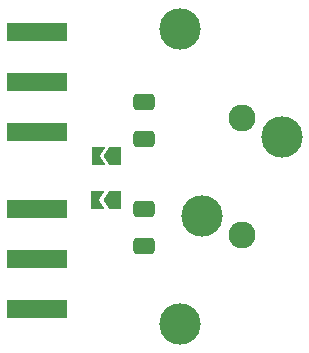
<source format=gts>
%TF.GenerationSoftware,KiCad,Pcbnew,6.0.2-378541a8eb~116~ubuntu20.04.1*%
%TF.CreationDate,2022-03-13T12:00:14-05:00*%
%TF.ProjectId,bessel_filter,62657373-656c-45f6-9669-6c7465722e6b,1.0*%
%TF.SameCoordinates,Original*%
%TF.FileFunction,Soldermask,Top*%
%TF.FilePolarity,Negative*%
%FSLAX46Y46*%
G04 Gerber Fmt 4.6, Leading zero omitted, Abs format (unit mm)*
G04 Created by KiCad (PCBNEW 6.0.2-378541a8eb~116~ubuntu20.04.1) date 2022-03-13 12:00:14*
%MOMM*%
%LPD*%
G01*
G04 APERTURE LIST*
G04 Aperture macros list*
%AMRoundRect*
0 Rectangle with rounded corners*
0 $1 Rounding radius*
0 $2 $3 $4 $5 $6 $7 $8 $9 X,Y pos of 4 corners*
0 Add a 4 corners polygon primitive as box body*
4,1,4,$2,$3,$4,$5,$6,$7,$8,$9,$2,$3,0*
0 Add four circle primitives for the rounded corners*
1,1,$1+$1,$2,$3*
1,1,$1+$1,$4,$5*
1,1,$1+$1,$6,$7*
1,1,$1+$1,$8,$9*
0 Add four rect primitives between the rounded corners*
20,1,$1+$1,$2,$3,$4,$5,0*
20,1,$1+$1,$4,$5,$6,$7,0*
20,1,$1+$1,$6,$7,$8,$9,0*
20,1,$1+$1,$8,$9,$2,$3,0*%
%AMFreePoly0*
4,1,6,1.000000,0.000000,0.500000,-0.750000,-0.500000,-0.750000,-0.500000,0.750000,0.500000,0.750000,1.000000,0.000000,1.000000,0.000000,$1*%
%AMFreePoly1*
4,1,6,0.500000,-0.750000,-0.650000,-0.750000,-0.150000,0.000000,-0.650000,0.750000,0.500000,0.750000,0.500000,-0.750000,0.500000,-0.750000,$1*%
G04 Aperture macros list end*
%ADD10C,2.286000*%
%ADD11C,3.500000*%
%ADD12FreePoly0,180.000000*%
%ADD13FreePoly1,180.000000*%
%ADD14R,5.080000X1.500000*%
%ADD15RoundRect,0.250000X0.650000X-0.412500X0.650000X0.412500X-0.650000X0.412500X-0.650000X-0.412500X0*%
%ADD16RoundRect,0.250000X-0.650000X0.412500X-0.650000X-0.412500X0.650000X-0.412500X0.650000X0.412500X0*%
G04 APERTURE END LIST*
D10*
%TO.C,L1*%
X132750000Y-78042899D03*
X132750000Y-87957101D03*
D11*
X129384172Y-86365828D03*
X136115828Y-79634172D03*
%TD*%
%TO.C,REF\u002A\u002A*%
X127500000Y-95500000D03*
%TD*%
%TO.C,REF\u002A\u002A*%
X127500000Y-70500000D03*
%TD*%
D12*
%TO.C,JP2*%
X121975000Y-85000000D03*
D13*
X120525000Y-85000000D03*
%TD*%
D12*
%TO.C,JP1*%
X122000000Y-81250000D03*
D13*
X120550000Y-81250000D03*
%TD*%
D14*
%TO.C,J2*%
X115443000Y-90000000D03*
X115443000Y-85750000D03*
X115443000Y-94250000D03*
%TD*%
%TO.C,J1*%
X115443000Y-75000000D03*
X115443000Y-70750000D03*
X115443000Y-79250000D03*
%TD*%
D15*
%TO.C,C2*%
X124500000Y-88875000D03*
X124500000Y-85750000D03*
%TD*%
D16*
%TO.C,C1*%
X124500000Y-76750000D03*
X124500000Y-79875000D03*
%TD*%
M02*

</source>
